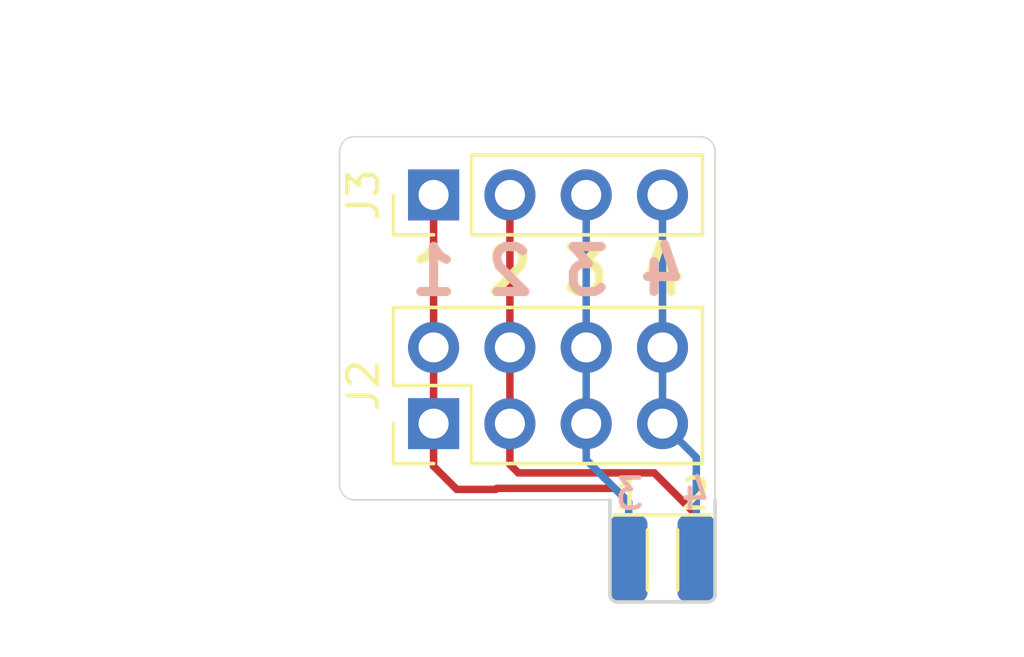
<source format=kicad_pcb>
(kicad_pcb (version 20171130) (host pcbnew "(5.1.6)-1")

  (general
    (thickness 1.6)
    (drawings 16)
    (tracks 25)
    (zones 0)
    (modules 3)
    (nets 5)
  )

  (page A4)
  (layers
    (0 F.Cu signal)
    (31 B.Cu signal)
    (32 B.Adhes user)
    (33 F.Adhes user)
    (34 B.Paste user)
    (35 F.Paste user)
    (36 B.SilkS user)
    (37 F.SilkS user)
    (38 B.Mask user)
    (39 F.Mask user)
    (40 Dwgs.User user)
    (41 Cmts.User user)
    (42 Eco1.User user)
    (43 Eco2.User user)
    (44 Edge.Cuts user)
    (45 Margin user)
    (46 B.CrtYd user)
    (47 F.CrtYd user)
    (48 B.Fab user)
    (49 F.Fab user)
  )

  (setup
    (last_trace_width 0.25)
    (trace_clearance 0.2)
    (zone_clearance 0.508)
    (zone_45_only no)
    (trace_min 0.2)
    (via_size 0.8)
    (via_drill 0.4)
    (via_min_size 0.4)
    (via_min_drill 0.3)
    (uvia_size 0.3)
    (uvia_drill 0.1)
    (uvias_allowed no)
    (uvia_min_size 0.2)
    (uvia_min_drill 0.1)
    (edge_width 0.05)
    (segment_width 0.2)
    (pcb_text_width 0.3)
    (pcb_text_size 1.5 1.5)
    (mod_edge_width 0.12)
    (mod_text_size 1 1)
    (mod_text_width 0.15)
    (pad_size 1.7 1.7)
    (pad_drill 1)
    (pad_to_mask_clearance 0.05)
    (aux_axis_origin 0 0)
    (visible_elements 7FFFFFFF)
    (pcbplotparams
      (layerselection 0x00030_7ffffffe)
      (usegerberextensions false)
      (usegerberattributes true)
      (usegerberadvancedattributes true)
      (creategerberjobfile true)
      (excludeedgelayer true)
      (linewidth 0.100000)
      (plotframeref false)
      (viasonmask false)
      (mode 1)
      (useauxorigin false)
      (hpglpennumber 1)
      (hpglpenspeed 20)
      (hpglpendiameter 15.000000)
      (psnegative false)
      (psa4output false)
      (plotreference true)
      (plotvalue true)
      (plotinvisibletext false)
      (padsonsilk false)
      (subtractmaskfromsilk false)
      (outputformat 3)
      (mirror false)
      (drillshape 0)
      (scaleselection 1)
      (outputdirectory ""))
  )

  (net 0 "")
  (net 1 /2)
  (net 2 /1)
  (net 3 /4)
  (net 4 /3)

  (net_class Default "This is the default net class."
    (clearance 0.2)
    (trace_width 0.25)
    (via_dia 0.8)
    (via_drill 0.4)
    (uvia_dia 0.3)
    (uvia_drill 0.1)
    (add_net /1)
    (add_net /2)
    (add_net /3)
    (add_net /4)
  )

  (module Connector_PinHeader_2.54mm:PinHeader_1x04_P2.54mm_Vertical (layer F.Cu) (tedit 59FED5CC) (tstamp 5FFC5F2A)
    (at -7.62 -10.16 90)
    (descr "Through hole straight pin header, 1x04, 2.54mm pitch, single row")
    (tags "Through hole pin header THT 1x04 2.54mm single row")
    (path /5FFD8BE7)
    (fp_text reference J3 (at 0 -2.33 90) (layer F.SilkS)
      (effects (font (size 1 1) (thickness 0.15)))
    )
    (fp_text value Conn_01x04 (at 2.54 3.42 180) (layer F.Fab)
      (effects (font (size 1 1) (thickness 0.15)))
    )
    (fp_line (start 1.8 -1.8) (end -1.8 -1.8) (layer F.CrtYd) (width 0.05))
    (fp_line (start 1.8 9.4) (end 1.8 -1.8) (layer F.CrtYd) (width 0.05))
    (fp_line (start -1.8 9.4) (end 1.8 9.4) (layer F.CrtYd) (width 0.05))
    (fp_line (start -1.8 -1.8) (end -1.8 9.4) (layer F.CrtYd) (width 0.05))
    (fp_line (start -1.33 -1.33) (end 0 -1.33) (layer F.SilkS) (width 0.12))
    (fp_line (start -1.33 0) (end -1.33 -1.33) (layer F.SilkS) (width 0.12))
    (fp_line (start -1.33 1.27) (end 1.33 1.27) (layer F.SilkS) (width 0.12))
    (fp_line (start 1.33 1.27) (end 1.33 8.95) (layer F.SilkS) (width 0.12))
    (fp_line (start -1.33 1.27) (end -1.33 8.95) (layer F.SilkS) (width 0.12))
    (fp_line (start -1.33 8.95) (end 1.33 8.95) (layer F.SilkS) (width 0.12))
    (fp_line (start -1.27 -0.635) (end -0.635 -1.27) (layer F.Fab) (width 0.1))
    (fp_line (start -1.27 8.89) (end -1.27 -0.635) (layer F.Fab) (width 0.1))
    (fp_line (start 1.27 8.89) (end -1.27 8.89) (layer F.Fab) (width 0.1))
    (fp_line (start 1.27 -1.27) (end 1.27 8.89) (layer F.Fab) (width 0.1))
    (fp_line (start -0.635 -1.27) (end 1.27 -1.27) (layer F.Fab) (width 0.1))
    (fp_text user %R (at 0 3.81) (layer F.Fab)
      (effects (font (size 1 1) (thickness 0.15)))
    )
    (pad 4 thru_hole oval (at 0 7.62 90) (size 1.7 1.7) (drill 1) (layers *.Cu *.Mask)
      (net 3 /4))
    (pad 3 thru_hole oval (at 0 5.08 90) (size 1.7 1.7) (drill 1) (layers *.Cu *.Mask)
      (net 4 /3))
    (pad 2 thru_hole oval (at 0 2.54 90) (size 1.7 1.7) (drill 1) (layers *.Cu *.Mask)
      (net 1 /2))
    (pad 1 thru_hole rect (at 0 0 90) (size 1.7 1.7) (drill 1) (layers *.Cu *.Mask)
      (net 2 /1))
    (model ${KISYS3DMOD}/Connector_PinHeader_2.54mm.3dshapes/PinHeader_1x04_P2.54mm_Vertical.wrl
      (at (xyz 0 0 0))
      (scale (xyz 1 1 1))
      (rotate (xyz 0 0 0))
    )
  )

  (module Connector_PinHeader_2.54mm:PinHeader_2x04_P2.54mm_Vertical (layer F.Cu) (tedit 5FFC2CE1) (tstamp 5FFC60F0)
    (at -7.62 -2.54 90)
    (descr "Through hole straight pin header, 2x04, 2.54mm pitch, double rows")
    (tags "Through hole pin header THT 2x04 2.54mm double row")
    (path /5FFD66A0)
    (fp_text reference J2 (at 1.27 -2.33 90) (layer F.SilkS)
      (effects (font (size 1 1) (thickness 0.15)))
    )
    (fp_text value Conn_02x04_Odd_Even (at -3.81 -3.78 180) (layer F.Fab)
      (effects (font (size 1 1) (thickness 0.15)))
    )
    (fp_line (start 4.35 -1.8) (end -1.8 -1.8) (layer F.CrtYd) (width 0.05))
    (fp_line (start 4.35 9.4) (end 4.35 -1.8) (layer F.CrtYd) (width 0.05))
    (fp_line (start -1.8 9.4) (end 4.35 9.4) (layer F.CrtYd) (width 0.05))
    (fp_line (start -1.8 -1.8) (end -1.8 9.4) (layer F.CrtYd) (width 0.05))
    (fp_line (start -1.33 -1.33) (end 0 -1.33) (layer F.SilkS) (width 0.12))
    (fp_line (start -1.33 0) (end -1.33 -1.33) (layer F.SilkS) (width 0.12))
    (fp_line (start 1.27 -1.33) (end 3.87 -1.33) (layer F.SilkS) (width 0.12))
    (fp_line (start 1.27 1.27) (end 1.27 -1.33) (layer F.SilkS) (width 0.12))
    (fp_line (start -1.33 1.27) (end 1.27 1.27) (layer F.SilkS) (width 0.12))
    (fp_line (start 3.87 -1.33) (end 3.87 8.95) (layer F.SilkS) (width 0.12))
    (fp_line (start -1.33 1.27) (end -1.33 8.95) (layer F.SilkS) (width 0.12))
    (fp_line (start -1.33 8.95) (end 3.87 8.95) (layer F.SilkS) (width 0.12))
    (fp_line (start -1.27 0) (end 0 -1.27) (layer F.Fab) (width 0.1))
    (fp_line (start -1.27 8.89) (end -1.27 0) (layer F.Fab) (width 0.1))
    (fp_line (start 3.81 8.89) (end -1.27 8.89) (layer F.Fab) (width 0.1))
    (fp_line (start 3.81 -1.27) (end 3.81 8.89) (layer F.Fab) (width 0.1))
    (fp_line (start 0 -1.27) (end 3.81 -1.27) (layer F.Fab) (width 0.1))
    (fp_text user %R (at 1.27 3.81) (layer F.Fab)
      (effects (font (size 1 1) (thickness 0.15)))
    )
    (pad 8 thru_hole oval (at 2.54 7.62 90) (size 1.7 1.7) (drill 1) (layers *.Cu *.Mask)
      (net 3 /4))
    (pad 7 thru_hole oval (at 0 7.62 90) (size 1.7 1.7) (drill 1) (layers *.Cu *.Mask)
      (net 3 /4))
    (pad 6 thru_hole oval (at 2.54 5.08 90) (size 1.7 1.7) (drill 1) (layers *.Cu *.Mask)
      (net 4 /3))
    (pad 5 thru_hole oval (at 0 5.08 90) (size 1.7 1.7) (drill 1) (layers *.Cu *.Mask)
      (net 4 /3))
    (pad 4 thru_hole oval (at 2.54 2.54 90) (size 1.7 1.7) (drill 1) (layers *.Cu *.Mask)
      (net 1 /2))
    (pad 3 thru_hole oval (at 0 2.54 90) (size 1.7 1.7) (drill 1) (layers *.Cu *.Mask)
      (net 1 /2))
    (pad 2 thru_hole oval (at 2.54 0 90) (size 1.7 1.7) (drill 1) (layers *.Cu *.Mask)
      (net 2 /1))
    (pad 1 thru_hole rect (at 0 0 90) (size 1.7 1.7) (drill 1) (layers *.Cu *.Mask)
      (net 2 /1))
    (model ${KISYS3DMOD}/Connector_PinHeader_2.54mm.3dshapes/PinHeader_2x04_P2.54mm_Vertical.wrl
      (at (xyz 0 0 0))
      (scale (xyz 1 1 1))
      (rotate (xyz 0 0 0))
    )
  )

  (module Gigahawk:IPOD_4TH_REMOTE (layer F.Cu) (tedit 5FFC1BEB) (tstamp 5FFC5EF4)
    (at 0 0)
    (path /5FFD2F35)
    (fp_text reference J1 (at 0.3 -1.7) (layer F.SilkS) hide
      (effects (font (size 1 1) (thickness 0.15)))
    )
    (fp_text value Conn_01x04 (at 0 4.4) (layer F.Fab)
      (effects (font (size 1 1) (thickness 0.15)))
    )
    (fp_line (start 0.5 1) (end 0.5 3) (layer F.SilkS) (width 0.12))
    (fp_line (start -0.5 1) (end -0.5 3) (layer F.SilkS) (width 0.12))
    (fp_line (start -1.6 0.5) (end 1.6 0.5) (layer F.SilkS) (width 0.12))
    (fp_line (start -1.5 3.4) (end 1.5 3.4) (layer Edge.Cuts) (width 0.12))
    (fp_line (start 1.75 0) (end 1.75 3.15) (layer Edge.Cuts) (width 0.12))
    (fp_line (start -1.75 0) (end -1.75 3.15) (layer Edge.Cuts) (width 0.12))
    (fp_text user 4 (at 1.1 -0.2) (layer B.SilkS)
      (effects (font (size 1 1) (thickness 0.15)) (justify mirror))
    )
    (fp_text user 3 (at -1.1 -0.2) (layer B.SilkS)
      (effects (font (size 1 1) (thickness 0.15)) (justify mirror))
    )
    (fp_text user 2 (at 1.1 -0.2) (layer F.SilkS)
      (effects (font (size 1 1) (thickness 0.15)))
    )
    (fp_text user 1 (at -1.1 -0.2) (layer F.SilkS)
      (effects (font (size 1 1) (thickness 0.15)))
    )
    (fp_arc (start 1.5 3.15) (end 1.75 3.15) (angle 90) (layer Edge.Cuts) (width 0.12))
    (fp_arc (start -1.5 3.15) (end -1.75 3.15) (angle -90) (layer Edge.Cuts) (width 0.12))
    (pad 2 smd roundrect (at 1.125 1.95) (size 1.25 2.9) (layers F.Cu F.Paste F.Mask) (roundrect_rratio 0.25)
      (net 1 /2))
    (pad 1 smd roundrect (at -1.125 1.95) (size 1.25 2.9) (layers F.Cu F.Paste F.Mask) (roundrect_rratio 0.25)
      (net 2 /1))
    (pad 4 smd roundrect (at 1.125 1.95) (size 1.25 2.9) (layers B.Cu B.Paste B.Mask) (roundrect_rratio 0.25)
      (net 3 /4))
    (pad 3 smd roundrect (at -1.125 1.95) (size 1.25 2.9) (layers B.Cu B.Paste B.Mask) (roundrect_rratio 0.25)
      (net 4 /3))
  )

  (gr_text "Receptacle is approx 1.9 mm at the widest,\nUse 1.6 mm board for best fit" (at -5 -15) (layer Cmts.User)
    (effects (font (size 1 1) (thickness 0.15)))
  )
  (gr_arc (start 1.25 -11.6) (end 1.75 -11.6) (angle -90) (layer Edge.Cuts) (width 0.05))
  (gr_arc (start -10.25 -11.6) (end -10.75 -11.6) (angle 90) (layer Edge.Cuts) (width 0.05))
  (gr_arc (start -10.25 -0.5) (end -10.75 -0.5) (angle -90) (layer Edge.Cuts) (width 0.05))
  (gr_line (start 1.75 -11.6) (end 1.75 0) (layer Edge.Cuts) (width 0.05))
  (gr_line (start -10.25 -12.1) (end 1.25 -12.1) (layer Edge.Cuts) (width 0.05))
  (gr_line (start -10.75 -0.5) (end -10.75 -11.6) (layer Edge.Cuts) (width 0.05))
  (gr_line (start -1.75 0) (end -10.25 0) (layer Edge.Cuts) (width 0.05))
  (gr_text 4 (at 0 -7.62) (layer F.SilkS) (tstamp 5FFC6176)
    (effects (font (size 1.5 1.5) (thickness 0.3)))
  )
  (gr_text 1 (at -7.62 -7.62) (layer F.SilkS) (tstamp 5FFC6175)
    (effects (font (size 1.5 1.5) (thickness 0.3)))
  )
  (gr_text 3 (at -2.54 -7.62) (layer F.SilkS) (tstamp 5FFC6174)
    (effects (font (size 1.5 1.5) (thickness 0.3)))
  )
  (gr_text 2 (at -5.08 -7.62) (layer B.SilkS) (tstamp 5FFC6173)
    (effects (font (size 1.5 1.5) (thickness 0.3)) (justify mirror))
  )
  (gr_text 4 (at 0 -7.62) (layer B.SilkS) (tstamp 5FFC616B)
    (effects (font (size 1.5 1.5) (thickness 0.3)) (justify mirror))
  )
  (gr_text 3 (at -2.54 -7.62) (layer B.SilkS) (tstamp 5FFC6169)
    (effects (font (size 1.5 1.5) (thickness 0.3)) (justify mirror))
  )
  (gr_text 2 (at -5.08 -7.62) (layer F.SilkS) (tstamp 5FFC6167)
    (effects (font (size 1.5 1.5) (thickness 0.3)))
  )
  (gr_text 1 (at -7.62 -7.62) (layer B.SilkS)
    (effects (font (size 1.5 1.5) (thickness 0.3)) (justify mirror))
  )

  (segment (start 1.125 0.5) (end -0.275 -0.9) (width 0.25) (layer F.Cu) (net 1))
  (segment (start 1.125 1.95) (end 1.125 0.5) (width 0.25) (layer F.Cu) (net 1))
  (segment (start -0.275 -0.9) (end -4.8 -0.9) (width 0.25) (layer F.Cu) (net 1))
  (segment (start -5.08 -1.18) (end -5.08 -2.54) (width 0.25) (layer F.Cu) (net 1))
  (segment (start -4.8 -0.9) (end -5.08 -1.18) (width 0.25) (layer F.Cu) (net 1))
  (segment (start -5.08 -2.54) (end -5.08 -5.08) (width 0.25) (layer F.Cu) (net 1))
  (segment (start -5.08 -5.08) (end -5.08 -10.16) (width 0.25) (layer F.Cu) (net 1))
  (segment (start -5.51499 -0.38501) (end -5.54999 -0.35001) (width 0.25) (layer F.Cu) (net 2))
  (segment (start -1.125 1.95) (end -1.125 0.080514) (width 0.25) (layer F.Cu) (net 2))
  (segment (start -1.590524 -0.38501) (end -5.51499 -0.38501) (width 0.25) (layer F.Cu) (net 2))
  (segment (start -1.125 0.080514) (end -1.590524 -0.38501) (width 0.25) (layer F.Cu) (net 2))
  (segment (start -5.54999 -0.35001) (end -6.85001 -0.35001) (width 0.25) (layer F.Cu) (net 2))
  (segment (start -7.62 -1.12) (end -7.62 -2.54) (width 0.25) (layer F.Cu) (net 2))
  (segment (start -6.85001 -0.35001) (end -7.62 -1.12) (width 0.25) (layer F.Cu) (net 2))
  (segment (start -7.62 -2.54) (end -7.62 -5.08) (width 0.25) (layer F.Cu) (net 2))
  (segment (start -7.62 -5.08) (end -7.62 -10.16) (width 0.25) (layer F.Cu) (net 2))
  (segment (start 1.125 -1.415) (end 0 -2.54) (width 0.25) (layer B.Cu) (net 3))
  (segment (start 1.125 1.95) (end 1.125 -1.415) (width 0.25) (layer B.Cu) (net 3))
  (segment (start 0 -2.54) (end 0 -5.08) (width 0.25) (layer B.Cu) (net 3))
  (segment (start 0 -5.08) (end 0 -10.16) (width 0.25) (layer B.Cu) (net 3))
  (segment (start -2.54 -1.334486) (end -2.54 -2.54) (width 0.25) (layer B.Cu) (net 4))
  (segment (start -1.125 0.080514) (end -2.54 -1.334486) (width 0.25) (layer B.Cu) (net 4))
  (segment (start -1.125 1.95) (end -1.125 0.080514) (width 0.25) (layer B.Cu) (net 4))
  (segment (start -2.54 -2.54) (end -2.54 -5.08) (width 0.25) (layer B.Cu) (net 4))
  (segment (start -2.54 -5.08) (end -2.54 -10.16) (width 0.25) (layer B.Cu) (net 4))

)

</source>
